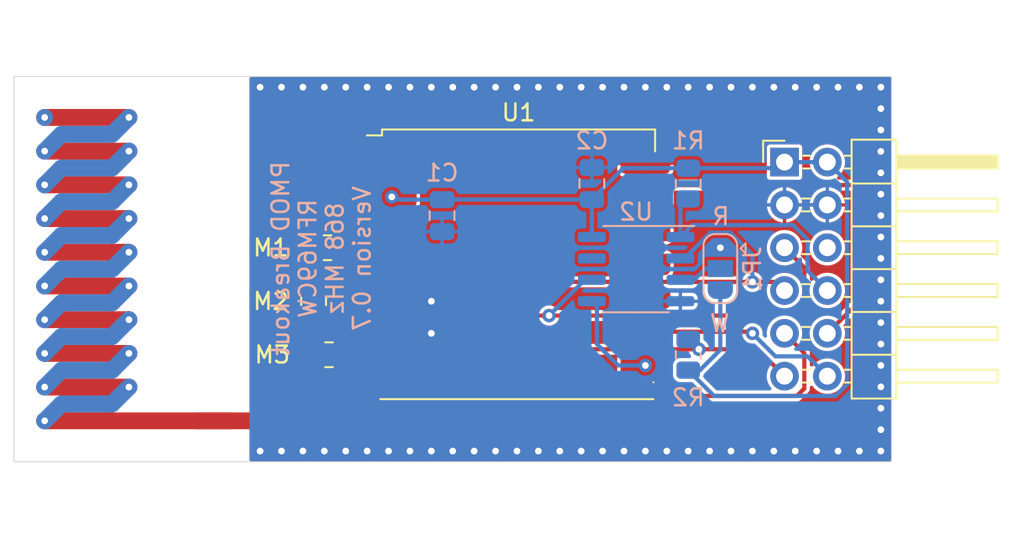
<source format=kicad_pcb>
(kicad_pcb (version 20221018) (generator pcbnew)
  (layers (0 "F.Cu" signal) (31 "B.Cu" signal) (34 "B.Paste" user) (35 "F.Paste" user) (36 "B.SilkS" user "B.Silkscreen") (37 "F.SilkS" user "F.Silkscreen") (38 "B.Mask" user) (39 "F.Mask" user) (44 "Edge.Cuts" user))
  (net 0 "")
  (net 1 "GND")
  (net 2 "DIO0")
  (net 3 "nRESET")
  (net 4 "nCS")
  (net 5 "SCK")
  (net 6 "MOSI")
  (net 7 "MISO")
  (net 8 "VCC")
  (net 10 "nCS2")
  (net 11 "Net-(AE1-A)")
  (net 13 "Net-(U1-ANA)")
  (net 17 "Net-(JP1-C)")
  (footprint "Connector_PinHeader_2.54mm:PinHeader_2x06_P2.54mm_Horizontal" (layer "F.Cu") (at 149.86 43.18)
    (fp_text reference "J1" hide)
    (fp_text value "Conn_02x06_Odd_Even")
    (fp_line (start -1.27 -1.27) (end 0 -1.27) (stroke (width 0.12)) (layer "F.SilkS"))
    (fp_line (start -1.27 0) (end -1.27 -1.27) (stroke (width 0.12)) (layer "F.SilkS"))
    (fp_line (start 1.042929 2.16) (end 1.497071 2.16) (stroke (width 0.12)) (layer "F.SilkS"))
    (fp_line (start 1.042929 2.92) (end 1.497071 2.92) (stroke (width 0.12)) (layer "F.SilkS"))
    (fp_line (start 1.042929 4.7) (end 1.497071 4.7) (stroke (width 0.12)) (layer "F.SilkS"))
    (fp_line (start 1.042929 5.46) (end 1.497071 5.46) (stroke (width 0.12)) (layer "F.SilkS"))
    (fp_line (start 1.042929 7.24) (end 1.497071 7.24) (stroke (width 0.12)) (layer "F.SilkS"))
    (fp_line (start 1.042929 8) (end 1.497071 8) (stroke (width 0.12)) (layer "F.SilkS"))
    (fp_line (start 1.042929 9.78) (end 1.497071 9.78) (stroke (width 0.12)) (layer "F.SilkS"))
    (fp_line (start 1.042929 10.54) (end 1.497071 10.54) (stroke (width 0.12)) (layer "F.SilkS"))
    (fp_line (start 1.042929 12.32) (end 1.497071 12.32) (stroke (width 0.12)) (layer "F.SilkS"))
    (fp_line (start 1.042929 13.08) (end 1.497071 13.08) (stroke (width 0.12)) (layer "F.SilkS"))
    (fp_line (start 1.11 -0.38) (end 1.497071 -0.38) (stroke (width 0.12)) (layer "F.SilkS"))
    (fp_line (start 1.11 0.38) (end 1.497071 0.38) (stroke (width 0.12)) (layer "F.SilkS"))
    (fp_line (start 3.582929 -0.38) (end 3.98 -0.38) (stroke (width 0.12)) (layer "F.SilkS"))
    (fp_line (start 3.582929 0.38) (end 3.98 0.38) (stroke (width 0.12)) (layer "F.SilkS"))
    (fp_line (start 3.582929 2.16) (end 3.98 2.16) (stroke (width 0.12)) (layer "F.SilkS"))
    (fp_line (start 3.582929 2.92) (end 3.98 2.92) (stroke (width 0.12)) (layer "F.SilkS"))
    (fp_line (start 3.582929 4.7) (end 3.98 4.7) (stroke (width 0.12)) (layer "F.SilkS"))
    (fp_line (start 3.582929 5.46) (end 3.98 5.46) (stroke (width 0.12)) (layer "F.SilkS"))
    (fp_line (start 3.582929 7.24) (end 3.98 7.24) (stroke (width 0.12)) (layer "F.SilkS"))
    (fp_line (start 3.582929 8) (end 3.98 8) (stroke (width 0.12)) (layer "F.SilkS"))
    (fp_line (start 3.582929 9.78) (end 3.98 9.78) (stroke (width 0.12)) (layer "F.SilkS"))
    (fp_line (start 3.582929 10.54) (end 3.98 10.54) (stroke (width 0.12)) (layer "F.SilkS"))
    (fp_line (start 3.582929 12.32) (end 3.98 12.32) (stroke (width 0.12)) (layer "F.SilkS"))
    (fp_line (start 3.582929 13.08) (end 3.98 13.08) (stroke (width 0.12)) (layer "F.SilkS"))
    (fp_line (start 3.98 -1.33) (end 3.98 14.03) (stroke (width 0.12)) (layer "F.SilkS"))
    (fp_line (start 3.98 1.27) (end 6.64 1.27) (stroke (width 0.12)) (layer "F.SilkS"))
    (fp_line (start 3.98 3.81) (end 6.64 3.81) (stroke (width 0.12)) (layer "F.SilkS"))
    (fp_line (start 3.98 6.35) (end 6.64 6.35) (stroke (width 0.12)) (layer "F.SilkS"))
    (fp_line (start 3.98 8.89) (end 6.64 8.89) (stroke (width 0.12)) (layer "F.SilkS"))
    (fp_line (start 3.98 11.43) (end 6.64 11.43) (stroke (width 0.12)) (layer "F.SilkS"))
    (fp_line (start 3.98 14.03) (end 6.64 14.03) (stroke (width 0.12)) (layer "F.SilkS"))
    (fp_line (start 6.64 -1.33) (end 3.98 -1.33) (stroke (width 0.12)) (layer "F.SilkS"))
    (fp_line (start 6.64 -0.38) (end 12.64 -0.38) (stroke (width 0.12)) (layer "F.SilkS"))
    (fp_line (start 6.64 -0.32) (end 12.64 -0.32) (stroke (width 0.12)) (layer "F.SilkS"))
    (fp_line (start 6.64 -0.2) (end 12.64 -0.2) (stroke (width 0.12)) (layer "F.SilkS"))
    (fp_line (start 6.64 -0.08) (end 12.64 -0.08) (stroke (width 0.12)) (layer "F.SilkS"))
    (fp_line (start 6.64 0.04) (end 12.64 0.04) (stroke (width 0.12)) (layer "F.SilkS"))
    (fp_line (start 6.64 0.16) (end 12.64 0.16) (stroke (width 0.12)) (layer "F.SilkS"))
    (fp_line (start 6.64 0.28) (end 12.64 0.28) (stroke (width 0.12)) (layer "F.SilkS"))
    (fp_line (start 6.64 2.16) (end 12.64 2.16) (stroke (width 0.12)) (layer "F.SilkS"))
    (fp_line (start 6.64 4.7) (end 12.64 4.7) (stroke (width 0.12)) (layer "F.SilkS"))
    (fp_line (start 6.64 7.24) (end 12.64 7.24) (stroke (width 0.12)) (layer "F.SilkS"))
    (fp_line (start 6.64 9.78) (end 12.64 9.78) (stroke (width 0.12)) (layer "F.SilkS"))
    (fp_line (start 6.64 12.32) (end 12.64 12.32) (stroke (width 0.12)) (layer "F.SilkS"))
    (fp_line (start 6.64 14.03) (end 6.64 -1.33) (stroke (width 0.12)) (layer "F.SilkS"))
    (fp_line (start 12.64 -0.38) (end 12.64 0.38) (stroke (width 0.12)) (layer "F.SilkS"))
    (fp_line (start 12.64 0.38) (end 6.64 0.38) (stroke (width 0.12)) (layer "F.SilkS"))
    (fp_line (start 12.64 2.16) (end 12.64 2.92) (stroke (width 0.12)) (layer "F.SilkS"))
    (fp_line (start 12.64 2.92) (end 6.64 2.92) (stroke (width 0.12)) (layer "F.SilkS"))
    (fp_line (start 12.64 4.7) (end 12.64 5.46) (stroke (width 0.12)) (layer "F.SilkS"))
    (fp_line (start 12.64 5.46) (end 6.64 5.46) (stroke (width 0.12)) (layer "F.SilkS"))
    (fp_line (start 12.64 7.24) (end 12.64 8) (stroke (width 0.12)) (layer "F.SilkS"))
    (fp_line (start 12.64 8) (end 6.64 8) (stroke (width 0.12)) (layer "F.SilkS"))
    (fp_line (start 12.64 9.78) (end 12.64 10.54) (stroke (width 0.12)) (layer "F.SilkS"))
    (fp_line (start 12.64 10.54) (end 6.64 10.54) (stroke (width 0.12)) (layer "F.SilkS"))
    (fp_line (start 12.64 12.32) (end 12.64 13.08) (stroke (width 0.12)) (layer "F.SilkS"))
    (fp_line (start 12.64 13.08) (end 6.64 13.08) (stroke (width 0.12)) (layer "F.SilkS"))
    (pad "1" thru_hole rect (at 0 0) (size 1.7 1.7) (drill 1) (layers "*.Cu" "*.Mask") (net 8 "VCC"))
    (pad "2" thru_hole oval (at 2.54 0) (size 1.7 1.7) (drill 1) (layers "*.Cu" "*.Mask") (net 8 "VCC"))
    (pad "3" thru_hole oval (at 0 2.54) (size 1.7 1.7) (drill 1) (layers "*.Cu" "*.Mask") (net 1 "GND"))
    (pad "4" thru_hole oval (at 2.54 2.54) (size 1.7 1.7) (drill 1) (layers "*.Cu" "*.Mask") (net 1 "GND"))
    (pad "5" thru_hole oval (at 0 5.08) (size 1.7 1.7) (drill 1) (layers "*.Cu" "*.Mask") (net 5 "SCK"))
    (pad "6" thru_hole oval (at 2.54 5.08) (size 1.7 1.7) (drill 1) (layers "*.Cu" "*.Mask"))
    (pad "7" thru_hole oval (at 0 7.62) (size 1.7 1.7) (drill 1) (layers "*.Cu" "*.Mask") (net 7 "MISO"))
    (pad "8" thru_hole oval (at 2.54 7.62) (size 1.7 1.7) (drill 1) (layers "*.Cu" "*.Mask") (net 10 "nCS2"))
    (pad "9" thru_hole oval (at 0 10.16) (size 1.7 1.7) (drill 1) (layers "*.Cu" "*.Mask") (net 6 "MOSI"))
    (pad "10" thru_hole oval (at 2.54 10.16) (size 1.7 1.7) (drill 1) (layers "*.Cu" "*.Mask") (net 3 "nRESET"))
    (pad "11" thru_hole oval (at 0 12.7) (size 1.7 1.7) (drill 1) (layers "*.Cu" "*.Mask") (net 4 "nCS"))
    (pad "12" thru_hole oval (at 2.54 12.7) (size 1.7 1.7) (drill 1) (layers "*.Cu" "*.Mask") (net 2 "DIO0"))
  )
  (footprint "Resistor_SMD:R_0805_2012Metric" (layer "F.Cu") (at 122.8325 54.61)
    (fp_text reference "M3" (at -3.365 0) (layer "F.SilkS"))
    (fp_text value "12 nH")
    (fp_line (start -0.227064 -0.735) (end 0.227064 -0.735) (stroke (width 0.12)) (layer "F.SilkS"))
    (fp_line (start -0.227064 0.735) (end 0.227064 0.735) (stroke (width 0.12)) (layer "F.SilkS"))
    (pad "1" smd roundrect (at -0.9125 0) (size 1.025 1.4) (layers "F.Cu" "F.Paste" "F.Mask") (roundrect_rratio 0.243902439) (net 11 "Net-(AE1-A)"))
    (pad "2" smd roundrect (at 0.9125 0) (size 1.025 1.4) (layers "F.Cu" "F.Paste" "F.Mask") (roundrect_rratio 0.243902439) (net 1 "GND"))
  )
  (footprint "Resistor_SMD:R_0805_2012Metric" (layer "F.Cu") (at 122.745 48.26)
    (fp_text reference "M1" (at -3.365 0) (layer "F.SilkS"))
    (fp_text value "DNP")
    (fp_line (start -0.227064 -0.735) (end 0.227064 -0.735) (stroke (width 0.12)) (layer "F.SilkS"))
    (fp_line (start -0.227064 0.735) (end 0.227064 0.735) (stroke (width 0.12)) (layer "F.SilkS"))
    (pad "1" smd roundrect (at -0.9125 0) (size 1.025 1.4) (layers "F.Cu" "F.Paste" "F.Mask") (roundrect_rratio 0.243902439) (net 13 "Net-(U1-ANA)"))
    (pad "2" smd roundrect (at 0.9125 0) (size 1.025 1.4) (layers "F.Cu" "F.Paste" "F.Mask") (roundrect_rratio 0.243902439) (net 1 "GND"))
  )
  (footprint "AvS_Modules:HOPERF_RFM69CW" (layer "F.Cu") (at 134.08 50.245)
    (fp_text reference "U1" (at 0 -10) (layer "F.SilkS"))
    (fp_text value "RFM69CW")
    (fp_line (start -8.2 7) (end 8 7) (stroke (width 0.12)) (layer "F.SilkS"))
    (fp_line (start -8.1 -9) (end -8.1 -8.65) (stroke (width 0.12)) (layer "F.SilkS"))
    (fp_line (start -8.1 -9) (end 8.1 -9) (stroke (width 0.12)) (layer "F.SilkS"))
    (fp_line (start -8.1 -8.65) (end -9 -8.65) (stroke (width 0.12)) (layer "F.SilkS"))
    (fp_line (start 8 6) (end 8 6) (stroke (width 0.12)) (layer "F.SilkS"))
    (fp_line (start 8.1 -9) (end 8.1 -7.7) (stroke (width 0.12)) (layer "F.SilkS"))
    (pad "1" smd roundrect (at -7.525 -7) (size 2.95 1.27) (layers "F.Cu" "F.Paste" "F.Mask") (net 13 "Net-(U1-ANA)"))
    (pad "2" smd roundrect (at -7.525 -5) (size 2.95 1.27) (layers "F.Cu" "F.Paste" "F.Mask") (net 8 "VCC"))
    (pad "3" smd roundrect (at -7.525 -3) (size 2.95 1.27) (layers "F.Cu" "F.Paste" "F.Mask") (net 1 "GND"))
    (pad "4" smd roundrect (at -7.525 -1) (size 2.95 1.27) (layers "F.Cu" "F.Paste" "F.Mask"))
    (pad "5" smd roundrect (at -7.525 1) (size 2.95 1.27) (layers "F.Cu" "F.Paste" "F.Mask") (net 7 "MISO"))
    (pad "6" smd roundrect (at -7.525 3) (size 2.95 1.27) (layers "F.Cu" "F.Paste" "F.Mask") (net 5 "SCK"))
    (pad "7" smd roundrect (at -7.525 5) (size 2.95 1.27) (layers "F.Cu" "F.Paste" "F.Mask") (net 4 "nCS"))
    (pad "8" smd roundrect (at 7.525 5) (size 2.95 1.27) (layers "F.Cu" "F.Paste" "F.Mask") (net 6 "MOSI"))
    (pad "9" smd roundrect (at 7.525 3) (size 2.95 1.27) (layers "F.Cu" "F.Paste" "F.Mask") (net 2 "DIO0"))
    (pad "10" smd roundrect (at 7.525 1) (size 2.95 1.27) (layers "F.Cu" "F.Paste" "F.Mask"))
    (pad "11" smd roundrect (at 7.525 -1) (size 2.95 1.27) (layers "F.Cu" "F.Paste" "F.Mask"))
    (pad "12" smd roundrect (at 7.525 -3) (size 2.95 1.27) (layers "F.Cu" "F.Paste" "F.Mask"))
    (pad "13" smd roundrect (at 7.525 -5) (size 2.95 1.27) (layers "F.Cu" "F.Paste" "F.Mask") (net 3 "nRESET"))
    (pad "14" smd roundrect (at 7.525 -7) (size 2.95 1.27) (layers "F.Cu" "F.Paste" "F.Mask") (net 1 "GND"))
  )
  (footprint "Resistor_SMD:R_0805_2012Metric" (layer "F.Cu") (at 121.92 51.435 -90)
    (fp_text reference "M2" (at 0 2.54) (layer "F.SilkS"))
    (fp_text value "1 pF")
    (fp_line (start -0.227064 -0.735) (end 0.227064 -0.735) (stroke (width 0.12)) (layer "F.SilkS"))
    (fp_line (start -0.227064 0.735) (end 0.227064 0.735) (stroke (width 0.12)) (layer "F.SilkS"))
    (pad "1" smd roundrect (at -0.9125 0 270) (size 1.025 1.4) (layers "F.Cu" "F.Paste" "F.Mask") (roundrect_rratio 0.243902439) (net 13 "Net-(U1-ANA)"))
    (pad "2" smd roundrect (at 0.9125 0 270) (size 1.025 1.4) (layers "F.Cu" "F.Paste" "F.Mask") (roundrect_rratio 0.243902439) (net 11 "Net-(AE1-A)"))
  )
  (footprint "RF_Antenna:Texas_SWRA416_868MHz_915MHz" (layer "F.Cu") (at 111.76 49.53 90)
    (fp_text reference "AE1" hide)
    (fp_text value "Antenna")
    (fp_line (start -9 5.2) (end -9 -5.8) (stroke (width 1)) (layer "F.Cu"))
    (fp_line (start -7 -5.8) (end -7 -0.8) (stroke (width 1)) (layer "F.Cu"))
    (fp_line (start -5 -5.8) (end -5 -0.8) (stroke (width 1)) (layer "F.Cu"))
    (fp_line (start -3 -5.8) (end -3 -0.8) (stroke (width 1)) (layer "F.Cu"))
    (fp_line (start -1 -5.8) (end -1 -0.8) (stroke (width 1)) (layer "F.Cu"))
    (fp_line (start 1 -5.8) (end 1 -0.8) (stroke (width 1)) (layer "F.Cu"))
    (fp_line (start 3 -5.8) (end 3 -0.8) (stroke (width 1)) (layer "F.Cu"))
    (fp_line (start 5 -5.8) (end 5 -0.8) (stroke (width 1)) (layer "F.Cu"))
    (fp_line (start 7 -5.8) (end 7 -0.8) (stroke (width 1)) (layer "F.Cu"))
    (fp_line (start 9 -5.8) (end 9 -0.8) (stroke (width 1)) (layer "F.Cu"))
    (fp_line (start -9 -5.8) (end -8 -4.8) (stroke (width 1)) (layer "B.Cu"))
    (fp_line (start -8 -4.8) (end -8 -1.8) (stroke (width 1)) (layer "B.Cu"))
    (fp_line (start -8 -1.8) (end -7 -0.8) (stroke (width 1)) (layer "B.Cu"))
    (fp_line (start -7 -5.8) (end -6 -4.8) (stroke (width 1)) (layer "B.Cu"))
    (fp_line (start -6 -4.8) (end -6 -1.8) (stroke (width 1)) (layer "B.Cu"))
    (fp_line (start -6 -1.8) (end -5 -0.8) (stroke (width 1)) (layer "B.Cu"))
    (fp_line (start -5 -5.8) (end -4 -4.8) (stroke (width 1)) (layer "B.Cu"))
    (fp_line (start -4 -4.8) (end -4 -1.8) (stroke (width 1)) (layer "B.Cu"))
    (fp_line (start -4 -1.8) (end -3 -0.8) (stroke (width 1)) (layer "B.Cu"))
    (fp_line (start -3 -5.8) (end -2 -4.8) (stroke (width 1)) (layer "B.Cu"))
    (fp_line (start -2 -4.8) (end -2 -1.8) (stroke (width 1)) (layer "B.Cu"))
    (fp_line (start -2 -1.8) (end -1 -0.8) (stroke (width 1)) (layer "B.Cu"))
    (fp_line (start -1 -5.8) (end 0 -4.8) (stroke (width 1)) (layer "B.Cu"))
    (fp_line (start 0 -4.8) (end 0 -1.8) (stroke (width 1)) (layer "B.Cu"))
    (fp_line (start 0 -1.8) (end 1 -0.8) (stroke (width 1)) (layer "B.Cu"))
    (fp_line (start 1 -5.8) (end 2 -4.8) (stroke (width 1)) (layer "B.Cu"))
    (fp_line (start 2 -4.8) (end 2 -1.8) (stroke (width 1)) (layer "B.Cu"))
    (fp_line (start 2 -1.8) (end 3 -0.8) (stroke (width 1)) (layer "B.Cu"))
    (fp_line (start 3 -5.8) (end 4 -4.8) (stroke (width 1)) (layer "B.Cu"))
    (fp_line (start 4 -4.8) (end 4 -1.8) (stroke (width 1)) (layer "B.Cu"))
    (fp_line (start 4 -1.8) (end 5 -0.8) (stroke (width 1)) (layer "B.Cu"))
    (fp_line (start 5 -5.8) (end 6 -4.8) (stroke (width 1)) (layer "B.Cu"))
    (fp_line (start 6 -4.8) (end 6 -1.8) (stroke (width 1)) (layer "B.Cu"))
    (fp_line (start 6 -1.8) (end 7 -0.8) (stroke (width 1)) (layer "B.Cu"))
    (fp_line (start 7 -5.8) (end 8 -4.8) (stroke (width 1)) (layer "B.Cu"))
    (fp_line (start 8 -4.8) (end 8 -1.8) (stroke (width 1)) (layer "B.Cu"))
    (fp_line (start 8 -1.8) (end 9 -0.8) (stroke (width 1)) (layer "B.Cu"))
    (pad "" thru_hole circle (at -9 -5.8 270) (size 1 1) (drill 0.4) (layers "*.Cu"))
    (pad "" thru_hole circle (at -7 -5.8 270) (size 1 1) (drill 0.4) (layers "*.Cu"))
    (pad "" thru_hole circle (at -7 -0.8 270) (size 1 1) (drill 0.4) (layers "*.Cu"))
    (pad "" thru_hole circle (at -5 -5.8 270) (size 1 1) (drill 0.4) (layers "*.Cu"))
    (pad "" thru_hole circle (at -5 -0.8 270) (size 1 1) (drill 0.4) (layers "*.Cu"))
    (pad "" thru_hole circle (at -3 -5.8 270) (size 1 1) (drill 0.4) (layers "*.Cu"))
    (pad "" thru_hole circle (at -3 -0.8 270) (size 1 1) (drill 0.4) (layers "*.Cu"))
    (pad "" thru_hole circle (at -1 -5.8 270) (size 1 1) (drill 0.4) (layers "*.Cu"))
    (pad "" thru_hole circle (at -1 -0.8 270) (size 1 1) (drill 0.4) (layers "*.Cu"))
    (pad "" thru_hole circle (at 1 -5.8 270) (size 1 1) (drill 0.4) (layers "*.Cu"))
    (pad "" thru_hole circle (at 1 -0.8 270) (size 1 1) (drill 0.4) (layers "*.Cu"))
    (pad "" thru_hole circle (at 3 -5.8 270) (size 1 1) (drill 0.4) (layers "*.Cu"))
    (pad "" thru_hole circle (at 3 -0.8 270) (size 1 1) (drill 0.4) (layers "*.Cu"))
    (pad "" thru_hole circle (at 5 -5.8 270) (size 1 1) (drill 0.4) (layers "*.Cu"))
    (pad "" thru_hole circle (at 5 -0.8 270) (size 1 1) (drill 0.4) (layers "*.Cu"))
    (pad "" thru_hole circle (at 7 -5.8 270) (size 1 1) (drill 0.4) (layers "*.Cu"))
    (pad "" thru_hole circle (at 7 -0.8 270) (size 1 1) (drill 0.4) (layers "*.Cu"))
    (pad "" thru_hole circle (at 9 -5.8 270) (size 1 1) (drill 0.4) (layers "*.Cu"))
    (pad "" thru_hole circle (at 9 -0.8 270) (size 1 1) (drill 0.4) (layers "*.Cu"))
    (pad "1" smd trapezoid (at -9 5.9 270) (size 0.4 0.8) (rect_delta 0 0.3) (layers "F.Cu") (net 11 "Net-(AE1-A)"))
    (zone (net 0) (net_name "") (layer "F.Cu") (connect_pads (clearance 0)) (min_thickness 0.254)
      (keepout (tracks allowed) (vias allowed) (pads allowed) (copperpour not_allowed) (footprints not_allowed))
      (fill (thermal_gap 0.508) (thermal_bridge_width 0.508))
      (polygon (pts (xy 117.46 59.23) (xy 117.46 39.83) (xy 105.26 39.83) (xy 105.26 59.23)))
    )
  )
  (footprint "Jumper:SolderJumper-3_P1.3mm_Open_RoundedPad1.0x1.5mm" (layer "B.Cu") (at 146.05 49.5 -90)
    (fp_text reference "JP1" (at 0.03 -1.905 90) (layer "B.SilkS") (effects (justify mirror)))
    (fp_text value "SolderJumper_3_Open")
    (fp_line (start -2.05 -0.3) (end -2.05 0.3) (stroke (width 0.12)) (layer "B.SilkS"))
    (fp_line (start -1.5 -1.5) (end -0.9 -1.5) (stroke (width 0.12)) (layer "B.SilkS"))
    (fp_line (start -1.4 1) (end 1.4 1) (stroke (width 0.12)) (layer "B.SilkS"))
    (fp_line (start -1.2 -1.2) (end -1.5 -1.5) (stroke (width 0.12)) (layer "B.SilkS"))
    (fp_line (start -1.2 -1.2) (end -0.9 -1.5) (stroke (width 0.12)) (layer "B.SilkS"))
    (fp_line (start 1.4 -1) (end -1.4 -1) (stroke (width 0.12)) (layer "B.SilkS"))
    (fp_line (start 2.05 0.3) (end 2.05 -0.3) (stroke (width 0.12)) (layer "B.SilkS"))
    (fp_arc (start -2.05 -0.3) (mid -1.844975 -0.794975) (end -1.35 -1) (stroke (width 0.12)) (layer "B.SilkS"))
    (fp_arc (start -1.35 1) (mid -1.844975 0.794975) (end -2.05 0.3) (stroke (width 0.12)) (layer "B.SilkS"))
    (fp_arc (start 1.35 -1) (mid 1.844975 -0.794975) (end 2.05 -0.3) (stroke (width 0.12)) (layer "B.SilkS"))
    (fp_arc (start 2.05 0.3) (mid 1.844975 0.794975) (end 1.35 1) (stroke (width 0.12)) (layer "B.SilkS"))
    (pad "1" smd custom (at -1.3 0 270) (size 1 0.5) (layers "B.Cu" "B.Mask") (net 1 "GND") (options (clearance outline) (anchor rect)) (primitives (gr_circle (center 0 -0.25) (end 0.5 -0.25) (width 0) (fill yes)) (gr_circle (center 0 0.25) (end 0.5 0.25) (width 0) (fill yes)) (gr_poly (pts (xy 0.55 -0.75) (xy 0 -0.75) (xy 0 0.75) (xy 0.55 0.75)) (width 0) (fill yes))))
    (pad "2" smd rect (at 0 0 270) (size 1 1.5) (layers "B.Cu" "B.Mask") (net 17 "Net-(JP1-C)"))
    (pad "3" smd custom (at 1.3 0 270) (size 1 0.5) (layers "B.Cu" "B.Mask") (net 8 "VCC") (options (clearance outline) (anchor rect)) (primitives (gr_circle (center 0 -0.25) (end 0.5 -0.25) (width 0) (fill yes)) (gr_circle (center 0 0.25) (end 0.5 0.25) (width 0) (fill yes)) (gr_poly (pts (xy 0 -0.75) (xy -0.55 -0.75) (xy -0.55 0.75) (xy 0 0.75)) (width 0) (fill yes))))
  )
  (footprint "Capacitor_SMD:C_0805_2012Metric" (layer "B.Cu") (at 129.54 46.355 -90)
    (fp_text reference "C1" (at -2.54 0 -180) (layer "B.SilkS") (effects (justify mirror)))
    (fp_text value "C_Small")
    (fp_line (start -0.261252 -0.735) (end 0.261252 -0.735) (stroke (width 0.12)) (layer "B.SilkS"))
    (fp_line (start -0.261252 0.735) (end 0.261252 0.735) (stroke (width 0.12)) (layer "B.SilkS"))
    (pad "1" smd roundrect (at -0.95 0 270) (size 1 1.45) (layers "B.Cu" "B.Paste" "B.Mask") (net 8 "VCC"))
    (pad "2" smd roundrect (at 0.95 0 270) (size 1 1.45) (layers "B.Cu" "B.Paste" "B.Mask") (net 1 "GND"))
  )
  (footprint "Resistor_SMD:R_0805_2012Metric" (layer "B.Cu") (at 144.145 54.61 90)
    (fp_text reference "R2" (at -2.54 0 180) (layer "B.SilkS") (effects (justify mirror)))
    (fp_text value "R_Small")
    (fp_line (start -0.227064 -0.735) (end 0.227064 -0.735) (stroke (width 0.12)) (layer "B.SilkS"))
    (fp_line (start -0.227064 0.735) (end 0.227064 0.735) (stroke (width 0.12)) (layer "B.SilkS"))
    (pad "1" smd roundrect (at -0.9125 0 90) (size 1.025 1.4) (layers "B.Cu" "B.Paste" "B.Mask") (roundrect_rratio 0.243902439) (net 8 "VCC"))
    (pad "2" smd roundrect (at 0.9125 0 90) (size 1.025 1.4) (layers "B.Cu" "B.Paste" "B.Mask") (roundrect_rratio 0.243902439) (net 4 "nCS"))
  )
  (footprint "Resistor_SMD:R_0805_2012Metric" (layer "B.Cu") (at 144.145 44.45 -90)
    (fp_text reference "R1" (at -2.54 0 -180) (layer "B.SilkS") (effects (justify mirror)))
    (fp_text value "R_Small")
    (fp_line (start -0.227064 -0.735) (end 0.227064 -0.735) (stroke (width 0.12)) (layer "B.SilkS"))
    (fp_line (start -0.227064 0.735) (end 0.227064 0.735) (stroke (width 0.12)) (layer "B.SilkS"))
    (pad "1" smd roundrect (at -0.9125 0 270) (size 1.025 1.4) (layers "B.Cu" "B.Paste" "B.Mask") (roundrect_rratio 0.243902439) (net 8 "VCC"))
    (pad "2" smd roundrect (at 0.9125 0 270) (size 1.025 1.4) (layers "B.Cu" "B.Paste" "B.Mask") (roundrect_rratio 0.243902439) (net 10 "nCS2"))
  )
  (footprint "Capacitor_SMD:C_0805_2012Metric" (layer "B.Cu") (at 138.43 44.45 90)
    (fp_text reference "C2" (at 2.54 0 180) (layer "B.SilkS") (effects (justify mirror)))
    (fp_text value "C_Small")
    (fp_line (start -0.261252 -0.735) (end 0.261252 -0.735) (stroke (width 0.12)) (layer "B.SilkS"))
    (fp_line (start -0.261252 0.735) (end 0.261252 0.735) (stroke (width 0.12)) (layer "B.SilkS"))
    (pad "1" smd roundrect (at -0.95 0 90) (size 1 1.45) (layers "B.Cu" "B.Paste" "B.Mask") (net 8 "VCC"))
    (pad "2" smd roundrect (at 0.95 0 90) (size 1 1.45) (layers "B.Cu" "B.Paste" "B.Mask") (net 1 "GND"))
  )
  (footprint "Package_SO:SOP-8_3.9x4.9mm_P1.27mm" (layer "B.Cu") (at 141.055 49.53 180)
    (fp_text reference "U2" (at 0 3.4) (layer "B.SilkS") (effects (justify mirror)))
    (fp_text value "SPI FLASH")
    (fp_line (start 0 -2.56) (end -1.95 -2.56) (stroke (width 0.12)) (layer "B.SilkS"))
    (fp_line (start 0 -2.56) (end 1.95 -2.56) (stroke (width 0.12)) (layer "B.SilkS"))
    (fp_line (start 0 2.56) (end -3.45 2.56) (stroke (width 0.12)) (layer "B.SilkS"))
    (fp_line (start 0 2.56) (end 1.95 2.56) (stroke (width 0.12)) (layer "B.SilkS"))
    (pad "1" smd roundrect (at -2.625 1.905 180) (size 1.65 0.6) (layers "B.Cu" "B.Paste" "B.Mask") (net 10 "nCS2"))
    (pad "2" smd roundrect (at -2.625 0.635 180) (size 1.65 0.6) (layers "B.Cu" "B.Paste" "B.Mask") (net 7 "MISO"))
    (pad "3" smd roundrect (at -2.625 -0.635 180) (size 1.65 0.6) (layers "B.Cu" "B.Paste" "B.Mask") (net 17 "Net-(JP1-C)"))
    (pad "4" smd roundrect (at -2.625 -1.905 180) (size 1.65 0.6) (layers "B.Cu" "B.Paste" "B.Mask") (net 1 "GND"))
    (pad "5" smd roundrect (at 2.625 -1.905 180) (size 1.65 0.6) (layers "B.Cu" "B.Paste" "B.Mask") (net 6 "MOSI"))
    (pad "6" smd roundrect (at 2.625 -0.635 180) (size 1.65 0.6) (layers "B.Cu" "B.Paste" "B.Mask") (net 5 "SCK"))
    (pad "7" smd roundrect (at 2.625 0.635 180) (size 1.65 0.6) (layers "B.Cu" "B.Paste" "B.Mask"))
    (pad "8" smd roundrect (at 2.625 1.905 180) (size 1.65 0.6) (layers "B.Cu" "B.Paste" "B.Mask") (net 8 "VCC"))
  )
  (gr_rect (start 104.14 38.1) (end 156.21 60.96) (stroke (width 0.05)) (fill none) (layer "Edge.Cuts"))
  (gr_text "PMOD Breakout\nRFM69CW\n868 MHz\nVersion 0.7" (at 119.38 48.895 90) (layer "B.SilkS") (effects (font (size 1 1)) (justify top mirror)))
  (gr_text "W" (at 146.685 53.34) (layer "B.SilkS") (effects (font (size 1 1)) (justify left bottom mirror)))
  (gr_text "R" (at 146.685 46.99) (layer "B.SilkS") (effects (font (size 1 1)) (justify left bottom mirror)))
  (via (at 136.525 60.325) (size 0.8) (drill 0.4) (layers "F.Cu" "B.Cu") (net 1))
  (via (at 149.225 38.735) (size 0.8) (drill 0.4) (layers "F.Cu" "B.Cu") (net 1))
  (via (at 123.825 60.325) (size 0.8) (drill 0.4) (layers "F.Cu" "B.Cu") (net 1))
  (via (at 130.175 60.325) (size 0.8) (drill 0.4) (layers "F.Cu" "B.Cu") (net 1))
  (via (at 155.575 52.705) (size 0.8) (drill 0.4) (layers "F.Cu" "B.Cu") (net 1))
  (via (at 155.575 53.975) (size 0.8) (drill 0.4) (layers "F.Cu" "B.Cu") (net 1))
  (via (at 155.575 38.735) (size 0.8) (drill 0.4) (layers "F.Cu" "B.Cu") (net 1))
  (via (at 155.575 40.005) (size 0.8) (drill 0.4) (layers "F.Cu" "B.Cu") (net 1))
  (via (at 155.575 57.785) (size 0.8) (drill 0.4) (layers "F.Cu" "B.Cu") (net 1))
  (via (at 155.575 51.435) (size 0.8) (drill 0.4) (layers "F.Cu" "B.Cu") (net 1))
  (via (at 137.795 60.325) (size 0.8) (drill 0.4) (layers "F.Cu" "B.Cu") (net 1))
  (via (at 128.905 53.34) (size 0.8) (drill 0.4) (layers "F.Cu" "B.Cu") (net 1))
  (via (at 131.445 60.325) (size 0.8) (drill 0.4) (layers "F.Cu" "B.Cu") (net 1))
  (via (at 155.575 47.625) (size 0.8) (drill 0.4) (layers "F.Cu" "B.Cu") (net 1))
  (via (at 150.495 38.735) (size 0.8) (drill 0.4) (layers "F.Cu" "B.Cu") (net 1))
  (via (at 141.605 38.735) (size 0.8) (drill 0.4) (layers "F.Cu" "B.Cu") (net 1))
  (via (at 146.685 60.325) (size 0.8) (drill 0.4) (layers "F.Cu" "B.Cu") (net 1))
  (via (at 155.575 42.545) (size 0.8) (drill 0.4) (layers "F.Cu" "B.Cu") (net 1))
  (via (at 133.985 60.325) (size 0.8) (drill 0.4) (layers "F.Cu" "B.Cu") (net 1))
  (via (at 155.575 59.055) (size 0.8) (drill 0.4) (layers "F.Cu" "B.Cu") (net 1))
  (via (at 145.415 38.735) (size 0.8) (drill 0.4) (layers "F.Cu" "B.Cu") (net 1))
  (via (at 150.495 60.325) (size 0.8) (drill 0.4) (layers "F.Cu" "B.Cu") (net 1))
  (via (at 155.575 50.165) (size 0.8) (drill 0.4) (layers "F.Cu" "B.Cu") (net 1))
  (via (at 155.575 46.355) (size 0.8) (drill 0.4) (layers "F.Cu" "B.Cu") (net 1))
  (via (at 132.715 60.325) (size 0.8) (drill 0.4) (layers "F.Cu" "B.Cu") (net 1))
  (via (at 122.555 38.735) (size 0.8) (drill 0.4) (layers "F.Cu" "B.Cu") (net 1))
  (via (at 146.05 48.26) (size 0.8) (drill 0.4) (layers "F.Cu" "B.Cu") (net 1))
  (via (at 121.285 60.325) (size 0.8) (drill 0.4) (layers "F.Cu" "B.Cu") (net 1))
  (via (at 151.765 60.325) (size 0.8) (drill 0.4) (layers "F.Cu" "B.Cu") (net 1))
  (via (at 144.145 60.325) (size 0.8) (drill 0.4) (layers "F.Cu" "B.Cu") (net 1))
  (via (at 155.575 60.325) (size 0.8) (drill 0.4) (layers "F.Cu" "B.Cu") (net 1))
  (via (at 128.905 38.735) (size 0.8) (drill 0.4) (layers "F.Cu" "B.Cu") (net 1))
  (via (at 154.305 60.325) (size 0.8) (drill 0.4) (layers "F.Cu" "B.Cu") (net 1))
  (via (at 128.905 60.325) (size 0.8) (drill 0.4) (layers "F.Cu" "B.Cu") (net 1))
  (via (at 155.575 45.085) (size 0.8) (drill 0.4) (layers "F.Cu" "B.Cu") (net 1))
  (via (at 139.065 60.325) (size 0.8) (drill 0.4) (layers "F.Cu" "B.Cu") (net 1))
  (via (at 145.415 60.325) (size 0.8) (drill 0.4) (layers "F.Cu" "B.Cu") (net 1))
  (via (at 155.575 48.895) (size 0.8) (drill 0.4) (layers "F.Cu" "B.Cu") (net 1))
  (via (at 142.875 38.735) (size 0.8) (drill 0.4) (layers "F.Cu" "B.Cu") (net 1))
  (via (at 153.035 38.735) (size 0.8) (drill 0.4) (layers "F.Cu" "B.Cu") (net 1))
  (via (at 151.765 38.735) (size 0.8) (drill 0.4) (layers "F.Cu" "B.Cu") (net 1))
  (via (at 125.095 38.735) (size 0.8) (drill 0.4) (layers "F.Cu" "B.Cu") (net 1))
  (via (at 122.555 60.325) (size 0.8) (drill 0.4) (layers "F.Cu" "B.Cu") (net 1))
  (via (at 147.955 60.325) (size 0.8) (drill 0.4) (layers "F.Cu" "B.Cu") (net 1))
  (via (at 121.285 38.735) (size 0.8) (drill 0.4) (layers "F.Cu" "B.Cu") (net 1))
  (via (at 126.365 38.735) (size 0.8) (drill 0.4) (layers "F.Cu" "B.Cu") (net 1))
  (via (at 132.715 38.735) (size 0.8) (drill 0.4) (layers "F.Cu" "B.Cu") (net 1))
  (via (at 125.095 60.325) (size 0.8) (drill 0.4) (layers "F.Cu" "B.Cu") (net 1))
  (via (at 127.635 60.325) (size 0.8) (drill 0.4) (layers "F.Cu" "B.Cu") (net 1))
  (via (at 120.015 38.735) (size 0.8) (drill 0.4) (layers "F.Cu" "B.Cu") (net 1))
  (via (at 140.335 38.735) (size 0.8) (drill 0.4) (layers "F.Cu" "B.Cu") (net 1))
  (via (at 128.905 51.435) (size 0.8) (drill 0.4) (layers "F.Cu" "B.Cu") (net 1))
  (via (at 155.575 56.515) (size 0.8) (drill 0.4) (layers "F.Cu" "B.Cu") (net 1))
  (via (at 144.145 38.735) (size 0.8) (drill 0.4) (layers "F.Cu" "B.Cu") (net 1))
  (via (at 118.745 38.735) (size 0.8) (drill 0.4) (layers "F.Cu" "B.Cu") (net 1))
  (via (at 155.575 41.275) (size 0.8) (drill 0.4) (layers "F.Cu" "B.Cu") (net 1))
  (via (at 146.685 38.735) (size 0.8) (drill 0.4) (layers "F.Cu" "B.Cu") (net 1))
  (via (at 118.745 60.325) (size 0.8) (drill 0.4) (layers "F.Cu" "B.Cu") (net 1))
  (via (at 149.225 60.325) (size 0.8) (drill 0.4) (layers "F.Cu" "B.Cu") (net 1))
  (via (at 140.335 60.325) (size 0.8) (drill 0.4) (layers "F.Cu" "B.Cu") (net 1))
  (via (at 133.985 38.735) (size 0.8) (drill 0.4) (layers "F.Cu" "B.Cu") (net 1))
  (via (at 137.795 38.735) (size 0.8) (drill 0.4) (layers "F.Cu" "B.Cu") (net 1))
  (via (at 153.035 60.325) (size 0.8) (drill 0.4) (layers "F.Cu" "B.Cu") (net 1))
  (via (at 142.875 60.325) (size 0.8) (drill 0.4) (layers "F.Cu" "B.Cu") (net 1))
  (via (at 155.575 43.815) (size 0.8) (drill 0.4) (layers "F.Cu" "B.Cu") (net 1))
  (via (at 130.175 38.735) (size 0.8) (drill 0.4) (layers "F.Cu" "B.Cu") (net 1))
  (via (at 154.305 38.735) (size 0.8) (drill 0.4) (layers "F.Cu" "B.Cu") (net 1))
  (via (at 141.605 60.325) (size 0.8) (drill 0.4) (layers "F.Cu" "B.Cu") (net 1))
  (via (at 147.955 38.735) (size 0.8) (drill 0.4) (layers "F.Cu" "B.Cu") (net 1))
  (via (at 135.255 38.735) (size 0.8) (drill 0.4) (layers "F.Cu" "B.Cu") (net 1))
  (via (at 155.575 55.245) (size 0.8) (drill 0.4) (layers "F.Cu" "B.Cu") (net 1))
  (via (at 120.015 60.325) (size 0.8) (drill 0.4) (layers "F.Cu" "B.Cu") (net 1))
  (via (at 136.525 38.735) (size 0.8) (drill 0.4) (layers "F.Cu" "B.Cu") (net 1))
  (via (at 131.445 38.735) (size 0.8) (drill 0.4) (layers "F.Cu" "B.Cu") (net 1))
  (via (at 123.825 38.735) (size 0.8) (drill 0.4) (layers "F.Cu" "B.Cu") (net 1))
  (via (at 139.065 38.735) (size 0.8) (drill 0.4) (layers "F.Cu" "B.Cu") (net 1))
  (via (at 127.635 38.735) (size 0.8) (drill 0.4) (layers "F.Cu" "B.Cu") (net 1))
  (via (at 135.255 60.325) (size 0.8) (drill 0.4) (layers "F.Cu" "B.Cu") (net 1))
  (via (at 126.365 60.325) (size 0.8) (drill 0.4) (layers "F.Cu" "B.Cu") (net 1))
  (segment (start 141.605 53.245) (end 147.86 53.245) (width 0.25) (layer "F.Cu") (net 2))
  (segment (start 147.86 53.245) (end 147.955 53.34) (width 0.25) (layer "F.Cu") (net 2))
  (via (at 147.955 53.34) (size 0.8) (drill 0.4) (layers "F.Cu" "B.Cu") (net 2))
  (segment (start 149.32 54.705) (end 151.225 54.705) (width 0.25) (layer "B.Cu") (net 2))
  (segment (start 147.955 53.34) (end 149.32 54.705) (width 0.25) (layer "B.Cu") (net 2))
  (segment (start 151.225 54.705) (end 152.4 55.88) (width 0.25) (layer "B.Cu") (net 2))
  (segment (start 141.605 45.245) (end 142.305 44.545) (width 0.25) (layer "F.Cu") (net 3))
  (segment (start 152.4 53.34) (end 154.85 50.89) (width 0.25) (layer "F.Cu") (net 3))
  (segment (start 142.305 44.545) (end 154.305 44.545) (width 0.25) (layer "F.Cu") (net 3))
  (segment (start 154.85 50.89) (end 154.85 45.09) (width 0.25) (layer "F.Cu") (net 3))
  (segment (start 154.85 45.09) (end 154.305 44.545) (width 0.25) (layer "F.Cu") (net 3))
  (segment (start 126.555 55.245) (end 127.515 54.285) (width 0.25) (layer "F.Cu") (net 4))
  (segment (start 127.515 54.285) (end 144.78 54.285) (width 0.25) (layer "F.Cu") (net 4))
  (segment (start 144.78 54.285) (end 148.265 54.285) (width 0.25) (layer "F.Cu") (net 4))
  (segment (start 148.265 54.285) (end 149.86 55.88) (width 0.25) (layer "F.Cu") (net 4))
  (via (at 144.78 54.285) (size 0.8) (drill 0.4) (layers "F.Cu" "B.Cu") (net 4))
  (segment (start 144.4225 53.34) (end 144.4225 53.9275) (width 0.25) (layer "B.Cu") (net 4))
  (segment (start 144.4225 53.9275) (end 144.78 54.285) (width 0.25) (layer "B.Cu") (net 4))
  (segment (start 151.035 49.435) (end 149.86 48.26) (width 0.25) (layer "F.Cu") (net 5))
  (segment (start 135.89 52.285) (end 149.253299 52.285) (width 0.25) (layer "F.Cu") (net 5))
  (segment (start 149.468299 52.07) (end 150.441701 52.07) (width 0.25) (layer "F.Cu") (net 5))
  (segment (start 151.035 51.476701) (end 151.035 49.435) (width 0.25) (layer "F.Cu") (net 5))
  (segment (start 127.515 52.285) (end 135.89 52.285) (width 0.25) (layer "F.Cu") (net 5))
  (segment (start 126.555 53.245) (end 127.515 52.285) (width 0.25) (layer "F.Cu") (net 5))
  (segment (start 149.253299 52.285) (end 149.468299 52.07) (width 0.25) (layer "F.Cu") (net 5))
  (segment (start 150.441701 52.07) (end 151.035 51.476701) (width 0.25) (layer "F.Cu") (net 5))
  (via (at 135.89 52.285) (size 0.8) (drill 0.4) (layers "F.Cu" "B.Cu") (net 5))
  (segment (start 138.43 50.165) (end 138.01 50.165) (width 0.25) (layer "B.Cu") (net 5))
  (segment (start 138.01 50.165) (end 135.89 52.285) (width 0.25) (layer "B.Cu") (net 5))
  (segment (start 150.59 57.055) (end 151.035 56.61) (width 0.25) (layer "F.Cu") (net 6))
  (segment (start 141.605 55.245) (end 143.415 57.055) (width 0.25) (layer "F.Cu") (net 6))
  (segment (start 143.415 57.055) (end 150.59 57.055) (width 0.25) (layer "F.Cu") (net 6))
  (segment (start 151.035 54.515) (end 149.86 53.34) (width 0.25) (layer "F.Cu") (net 6))
  (segment (start 151.035 56.61) (end 151.035 54.515) (width 0.25) (layer "F.Cu") (net 6))
  (via (at 141.605 55.245) (size 0.8) (drill 0.4) (layers "F.Cu" "B.Cu") (net 6))
  (segment (start 139.9924 55.245) (end 141.605 55.245) (width 0.25) (layer "B.Cu") (net 6))
  (segment (start 138.729999 53.982599) (end 139.9924 55.245) (width 0.25) (layer "B.Cu") (net 6))
  (segment (start 138.43 51.435) (end 138.729999 51.734999) (width 0.25) (layer "B.Cu") (net 6))
  (segment (start 138.729999 51.734999) (end 138.729999 53.982599) (width 0.25) (layer "B.Cu") (net 6))
  (segment (start 149.345 50.285) (end 149.86 50.8) (width 0.25) (layer "F.Cu") (net 7))
  (segment (start 127.515 50.285) (end 147.955 50.285) (width 0.25) (layer "F.Cu") (net 7))
  (segment (start 147.955 50.285) (end 149.345 50.285) (width 0.25) (layer "F.Cu") (net 7))
  (segment (start 126.555 51.245) (end 127.515 50.285) (width 0.25) (layer "F.Cu") (net 7))
  (via (at 147.955 50.285) (size 0.8) (drill 0.4) (layers "F.Cu" "B.Cu") (net 7))
  (segment (start 145.457962 47.369858) (end 146.642038 47.369858) (width 0.25) (layer "B.Cu") (net 7))
  (segment (start 143.68 48.895) (end 143.93282 48.895) (width 0.25) (layer "B.Cu") (net 7))
  (segment (start 143.93282 48.895) (end 145.457962 47.369858) (width 0.25) (layer "B.Cu") (net 7))
  (segment (start 147.955 48.68282) (end 147.955 50.285) (width 0.25) (layer "B.Cu") (net 7))
  (segment (start 146.642038 47.369858) (end 147.955 48.68282) (width 0.25) (layer "B.Cu") (net 7))
  (via (at 126.555 45.245) (size 0.8) (drill 0.4) (layers "F.Cu" "B.Cu") (net 8))
  (segment (start 138.43 45.4) (end 138.43 47.625) (width 0.25) (layer "B.Cu") (net 8))
  (segment (start 144.145 43.5375) (end 149.5025 43.5375) (width 0.25) (layer "B.Cu") (net 8))
  (segment (start 144.145 55.5225) (end 145.6775 57.055) (width 0.25) (layer "B.Cu") (net 8))
  (segment (start 144.845 55.5225) (end 146.05 54.3175) (width 0.25) (layer "B.Cu") (net 8))
  (segment (start 144.145 43.5375) (end 140.2925 43.5375) (width 0.25) (layer "B.Cu") (net 8))
  (segment (start 153.575 56.366701) (end 153.575 44.355) (width 0.25) (layer "B.Cu") (net 8))
  (segment (start 140.2925 43.5375) (end 138.43 45.4) (width 0.25) (layer "B.Cu") (net 8))
  (segment (start 149.5025 43.5375) (end 149.86 43.18) (width 0.25) (layer "B.Cu") (net 8))
  (segment (start 146.05 54.3175) (end 146.05 50.8) (width 0.25) (layer "B.Cu") (net 8))
  (segment (start 129.54 45.405) (end 126.715 45.405) (width 0.25) (layer "B.Cu") (net 8))
  (segment (start 153.575 44.355) (end 152.4 43.18) (width 0.25) (layer "B.Cu") (net 8))
  (segment (start 144.145 55.5225) (end 144.845 55.5225) (width 0.25) (layer "B.Cu") (net 8))
  (segment (start 152.886701 57.055) (end 153.575 56.366701) (width 0.25) (layer "B.Cu") (net 8))
  (segment (start 126.715 45.405) (end 126.555 45.245) (width 0.25) (layer "B.Cu") (net 8))
  (segment (start 149.86 43.18) (end 152.4 43.18) (width 0.25) (layer "B.Cu") (net 8))
  (segment (start 138.43 45.4) (end 129.545 45.4) (width 0.25) (layer "B.Cu") (net 8))
  (segment (start 129.545 45.4) (end 129.54 45.405) (width 0.25) (layer "B.Cu") (net 8))
  (segment (start 145.6775 57.055) (end 152.886701 57.055) (width 0.25) (layer "B.Cu") (net 8))
  (segment (start 143.68 47.625) (end 144.385142 46.919858) (width 0.25) (layer "B.Cu") (net 10))
  (segment (start 150.371559 46.919858) (end 151.225 47.773299) (width 0.25) (layer "B.Cu") (net 10))
  (segment (start 144.385142 46.919858) (end 150.371559 46.919858) (width 0.25) (layer "B.Cu") (net 10))
  (segment (start 151.225 49.625) (end 152.4 50.8) (width 0.25) (layer "B.Cu") (net 10))
  (segment (start 151.225 47.773299) (end 151.225 49.625) (width 0.25) (layer "B.Cu") (net 10))
  (segment (start 143.68 45.8275) (end 144.145 45.3625) (width 0.25) (layer "B.Cu") (net 10))
  (segment (start 143.68 47.625) (end 143.68 45.8275) (width 0.25) (layer "B.Cu") (net 10))
  (segment (start 115 58.53) (end 119.905 58.53) (width 1) (layer "F.Cu") (net 11))
  (segment (start 119.905 58.53) (end 121.92 56.515) (width 1) (layer "F.Cu") (net 11))
  (segment (start 121.92 56.515) (end 121.92 52.895) (width 1) (layer "F.Cu") (net 11))
  (segment (start 121.92 46.355) (end 121.92 45.085) (width 1) (layer "F.Cu") (net 13))
  (segment (start 123.76 43.245) (end 126.555 43.245) (width 1) (layer "F.Cu") (net 13))
  (segment (start 121.92 50.5225) (end 121.92 46.355) (width 1) (layer "F.Cu") (net 13))
  (segment (start 121.92 45.085) (end 123.76 43.245) (width 1) (layer "F.Cu") (net 13))
  (segment (start 145.169999 49.5) (end 146.05 49.5) (width 0.25) (layer "B.Cu") (net 17))
  (segment (start 143.68 50.165) (end 144.504999 50.165) (width 0.25) (layer "B.Cu") (net 17))
  (segment (start 144.504999 50.165) (end 145.169999 49.5) (width 0.25) (layer "B.Cu") (net 17))
  (zone (net 1) (net_name "GND") (layers "F&B.Cu") (connect_pads (clearance 0.2)) (min_thickness 0.2) (fill yes (thermal_gap 0.2) (thermal_bridge_width 0.2))
    (polygon (pts (xy 156.21 60.96) (xy 118.11 60.96) (xy 118.11 38.1) (xy 156.21 38.1)))
  )
)
</source>
